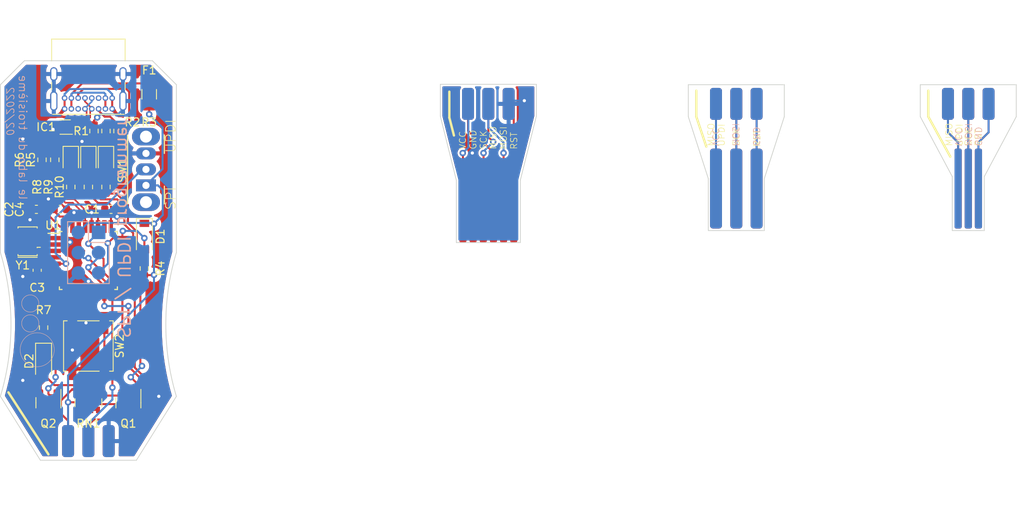
<source format=kicad_pcb>
(kicad_pcb (version 20211014) (generator pcbnew)
  (layers (0 "F.Cu" signal) (31 "B.Cu" signal) (34 "B.Paste" user) (35 "F.Paste" user) (36 "B.SilkS" user "B.Silkscreen") (37 "F.SilkS" user "F.Silkscreen") (38 "B.Mask" user) (39 "F.Mask" user) (44 "Edge.Cuts" user))
  (net 0 "")
  (net 1 "Net-(C1-Pad1)")
  (net 2 "/uC/GND")
  (net 3 "Net-(C2-Pad1)")
  (net 4 "Net-(C3-Pad1)")
  (net 5 "Net-(C4-Pad1)")
  (net 6 "/uC/VCC")
  (net 7 "/uC/~{RESET}")
  (net 8 "Net-(D2-Pad1)")
  (net 9 "/uC/RX")
  (net 10 "Net-(D3-Pad2)")
  (net 11 "Net-(D4-Pad2)")
  (net 12 "Net-(D5-Pad2)")
  (net 13 "/uC/D+")
  (net 14 "/uC/D-")
  (net 15 "/uC/MISO{slash}UPDI")
  (net 16 "/uC/SCK")
  (net 17 "/uC/BOARD_RESET")
  (net 18 "/uC/MOSI")
  (net 19 "/2x3 connector/MISO{slash}UPDI")
  (net 20 "/2x3 connector/SCK")
  (net 21 "/2x3 connector/~{RESET}")
  (net 22 "/2x3 connector/GND")
  (net 23 "/2x3 connector/MOSI")
  (net 24 "/2x3 connector/VCC")
  (net 25 "/1x6 connector/MISO{slash}UPDI")
  (net 26 "/1x6 connector/SCK")
  (net 27 "/1x6 connector/~{RESET}")
  (net 28 "/1x6 connector/GND")
  (net 29 "/1x6 connector/MOSI")
  (net 30 "/1x6 connector/VCC")
  (net 31 "/uC/MISO")
  (net 32 "/uC/MOS_MISO")
  (net 33 "/uC/MOS_UPDI")
  (net 34 "/uC/TX")
  (net 35 "/uC/led_3")
  (net 36 "/uC/led_2")
  (net 37 "/uC/led_1")
  (net 38 "/uC/mode")
  (net 39 "Net-(U1-Pad1)")
  (net 40 "Net-(U1-Pad2)")
  (net 48 "Net-(F1-Pad2)")
  (net 49 "/2x3 connector 1.27/MISO{slash}UPDI")
  (net 50 "/2x3 connector 1.27/SCK")
  (net 51 "/2x3 connector 1.27/~{RESET}")
  (net 52 "/2x3 connector 1.27/GND")
  (net 53 "/2x3 connector 1.27/MOSI")
  (net 56 "/uC/board_reset")
  (net 57 "/uC/D_+")
  (net 58 "/uC/D_-")
  (net 60 "/2x3 connector 1.27/VCC")
  (net 61 "Net-(J9-PadA5)")
  (net 63 "Net-(J9-PadB5)")
  (net 65 "Net-(J9-PadS1)")
  (footprint "kikit:Tab" (layer "F.Cu") (at 190 57.25 -90)
    (fp_text reference "REF**" hide)
    (fp_text value "Tab")
  )
  (footprint "Connector_pad_1.27mm:Connector_pad_1x03_L10_P1.27mm" (layer "F.Cu") (at 190 71)
    (fp_text reference "J14" hide)
    (fp_text value "ISP face 1")
  )
  (footprint "Capacitor_SMD:C_0603_1608Metric" (layer "F.Cu") (at 76.5 73.6)
    (fp_text reference "C4")
    (fp_text value "0.1u")
  )
  (footprint "Connector_pad_2.54mm:Connector_pad_1x03_P2.54mm" (layer "F.Cu") (at 190 60.4)
    (fp_text reference "J7" hide)
    (fp_text value "plug 2x3 face")
  )
  (footprint "Connector_pad_2.54mm:Connector_pad_1x03_P2.54mm" (layer "F.Cu") (at 80 102.6)
    (fp_text reference "J1" hide)
    (fp_text value "plug board face")
  )
  (footprint "Resistor_SMD:R_0603_1608Metric" (layer "F.Cu") (at 77.8 70.8 90)
    (fp_text reference "R8")
    (fp_text value "680R")
  )
  (footprint "Resistor_SMD:R_0603_1608Metric" (layer "F.Cu") (at 75.8 67.4 -90)
    (fp_text reference "R5")
    (fp_text value "22R")
  )
  (footprint "Resistor_SMD:R_Array_Convex_4x0603" (layer "F.Cu") (at 80 97.8 -90)
    (fp_text reference "RN1")
    (fp_text value "10k")
  )
  (footprint "Package_TO_SOT_SMD:SOT-23" (layer "F.Cu") (at 75 97.8 -90)
    (fp_text reference "Q2")
    (fp_text value "Q_NMOS_GSD")
  )
  (footprint "Resistor_SMD:R_0603_1608Metric" (layer "F.Cu") (at 83.7 63.8 -90)
    (fp_text reference "R3")
    (fp_text value "5.1k")
  )
  (footprint "Diode_SMD:D_SOD-123" (layer "F.Cu") (at 87 77 -90)
    (fp_text reference "D1")
    (fp_text value "D")
  )
  (footprint "Connector_USB:USB_C_Receptacle_GCT_USB4085" (layer "F.Cu") (at 82.975 61.025 180)
    (fp_text reference "J9" hide)
    (fp_text value "USB_C_Receptacle_USB2.0")
  )
  (footprint "Button_Switch_THT:SW_CuK_OS102011MA1QN1_SPDT_Angled" (layer "F.Cu") (at 87.2 70.6 90)
    (fp_text reference "SW1")
    (fp_text value "SW_SPDT")
  )
  (footprint "IC:SOT-5X3" (layer "F.Cu") (at 77.1 63.3 180)
    (fp_text reference "IC1")
    (fp_text value "TPD2E1B06")
  )
  (footprint "LED_SMD:LED_0805_2012Metric" (layer "F.Cu") (at 82.2 67.4 -90)
    (fp_text reference "D5" hide)
    (fp_text value "LED")
  )
  (footprint "Connector_pad_2.54mm:Connector_pad_1x03_P2.54mm" (layer "F.Cu") (at 130 60.4)
    (fp_text reference "J5" hide)
    (fp_text value "plug micro ISP face")
  )
  (footprint "LED_SMD:LED_0805_2012Metric" (layer "F.Cu") (at 77.8 67.4 -90)
    (fp_text reference "D3" hide)
    (fp_text value "LED")
  )
  (footprint "kikit:Tab" (layer "F.Cu") (at 130.4 57 -90)
    (fp_text reference "REF**" hide)
    (fp_text value "Tab")
  )
  (footprint "Package_TO_SOT_SMD:SOT-23" (layer "F.Cu") (at 85 97.8 -90)
    (fp_text reference "Q1")
    (fp_text value "Q_NMOS_GSD")
  )
  (footprint "Button_Switch_SMD:SW_SPST_EVPBF" (layer "F.Cu") (at 80 90.7 -90)
    (fp_text reference "SW2")
    (fp_text value "SW_Push")
  )
  (footprint "Resistor_SMD:R_0603_1608Metric" (layer "F.Cu") (at 82.2 63.8 -90)
    (fp_text reference "R2")
    (fp_text value "5.1k")
  )
  (footprint "Resistor_SMD:R_0603_1608Metric" (layer "F.Cu") (at 82.2 70.8 90)
    (fp_text reference "R10")
    (fp_text value "680R")
  )
  (footprint "Connector_pad_2.54mm:Connector_pad_1x03_L10_P2.54mm" (layer "F.Cu") (at 161 71)
    (fp_text reference "J11" hide)
    (fp_text value "ISP face 1")
  )
  (footprint "Resistor_SMD:R_0603_1608Metric" (layer "F.Cu") (at 87 81 90)
    (fp_text reference "R4")
    (fp_text value "10k")
  )
  (footprint "Resistor_SMD:R_0603_1608Metric" (layer "F.Cu") (at 80 70.8 90)
    (fp_text reference "R9")
    (fp_text value "680R")
  )
  (footprint "Connector_pad_1.27mm:Connector_pad_1x06_L10_P1.27mm" (layer "F.Cu") (at 130 72.75)
    (fp_text reference "J13" hide)
    (fp_text value "micro ISP")
  )
  (footprint "LED_SMD:LED_0805_2012Metric" (layer "F.Cu") (at 80 67.4 -90)
    (fp_text reference "D4" hide)
    (fp_text value "LED")
  )
  (footprint "Capacitor_SMD:C_0603_1608Metric" (layer "F.Cu") (at 73.5 73.6 180)
    (fp_text reference "C2")
    (fp_text value "0.1u")
  )
  (footprint "Diode_SMD:D_SOD-123" (layer "F.Cu") (at 74.4 92.6 -90)
    (fp_text reference "D2")
    (fp_text value "D_Schottky")
  )
  (footprint "Capacitor_SMD:C_0603_1608Metric" (layer "F.Cu") (at 82.825 73.6)
    (fp_text reference "C1")
    (fp_text value "1u")
  )
  (footprint "Resistor_SMD:R_0603_1608Metric" (layer "F.Cu") (at 74.2 67.4 -90)
    (fp_text reference "R6")
    (fp_text value "22R")
  )
  (footprint "Package_QFP:TQFP-32_7x7mm_P0.8mm" (layer "F.Cu") (at 80 80)
    (fp_text reference "U1")
    (fp_text value "ATmega8U2-A")
  )
  (footprint "Resistor_SMD:R_0603_1608Metric" (layer "F.Cu") (at 80.7 63.8 -90)
    (fp_text reference "R1")
    (fp_text value "1M")
  )
  (footprint "Capacitor_SMD:C_0603_1608Metric" (layer "F.Cu") (at 73.6 81.225 -90)
    (fp_text reference "C3")
    (fp_text value "0.1u")
  )
  (footprint "Fuse:Fuse_1206_3216Metric" (layer "F.Cu") (at 87.6 59.2 90)
    (fp_text reference "F1")
    (fp_text value "500m")
  )
  (footprint "kikit:Tab" (layer "F.Cu") (at 161 57.25 -90)
    (fp_text reference "REF**" hide)
    (fp_text value "Tab")
  )
  (footprint "Crystal:Resonator_SMD_Murata_CSTxExxV-3Pin_3.0x1.1mm_HandSoldering" (layer "F.Cu") (at 72.4 77.6 90)
    (fp_text reference "Y1")
    (fp_text value "Crystal_GND2")
  )
  (footprint "Connector_pad_2.54mm:Connector_pad_1x03_P2.54mm" (layer "F.Cu") (at 161 60.4)
    (fp_text reference "J3" hide)
    (fp_text value "plug 2x3 face")
  )
  (footprint "Resistor_SMD:R_0603_1608Metric" (layer "F.Cu") (at 74.4 88.4 90)
    (fp_text reference "R7")
    (fp_text value "470R")
  )
  (footprint "kikit:Tab" (layer "F.Cu") (at 80.5 106 90)
    (fp_text reference "REF**" hide)
    (fp_text value "Tab")
  )
  (footprint "kikit:Tab" (layer "F.Cu") (at 80.5 53.75 -90)
    (fp_text reference "REF**" hide)
    (fp_text value "Tab")
  )
  (footprint "Connector_pad_2.54mm:Connector_pad_1x03_P2.54mm" (layer "B.Cu") (at 130 60.4 180)
    (fp_text reference "J6" hide)
    (fp_text value "plug micro ISP pile")
  )
  (footprint "Connector_pad_2.54mm:Connector_pad_1x03_P2.54mm" (layer "B.Cu") (at 190 60.4 180)
    (fp_text reference "J8" hide)
    (fp_text value "plug 2x3 pile")
  )
  (footprint "Connector_pad_1.27mm:Connector_pad_1x03_L10_P1.27mm" (layer "B.Cu") (at 190 71 180)
    (fp_text reference "J15" hide)
    (fp_text value "ISP face 2")
  )
  (footprint "Connectors:Pin_Header_Straight_2x03_Pitch2.54mm_SMD" (layer "B.Cu") (at 81.275 76.475 180)
    (fp_text reference "J10" hide)
    (fp_text value "Board-ISP")
  )
  (footprint "Connector_pad_2.54mm:Connector_pad_1x03_P2.54mm" (layer "B.Cu") (at 80 102.6 180)
    (fp_text reference "J2" hide)
    (fp_text value "plug board pile")
  )
  (footprint "Connector_pad_2.54mm:Connector_pad_1x03_P2.54mm" (layer "B.Cu") (at 161 60.4 180)
    (fp_text reference "J4" hide)
    (fp_text value "plug 2x3 pile")
  )
  (footprint "Connector_pad_2.54mm:Connector_pad_1x03_L10_P2.54mm" (layer "B.Cu") (at 161 71 180)
    (fp_text reference "J12" hide)
    (fp_text value "ISP face 2")
  )
  (footprint "logos:logo_labo_4mm" (layer "B.Cu") (at 73.6 88.8 90)
    (fp_text reference "logo_labo_4mm" hide)
    (fp_text value "G***" hide)
  )
  (gr_line (start 75 104.25) (end 70 96.5) (layer "F.SilkS") (width 0.3))
  (gr_line (start 185 62) (end 187.75 67) (layer "F.SilkS") (width 0.3))
  (gr_line (start 185 58.75) (end 185 62) (layer "F.SilkS") (width 0.3))
  (gr_line (start 125.125 58.875) (end 125.125 62.125) (layer "F.SilkS") (width 0.3))
  (gr_line (start 156 58.75) (end 156 62) (layer "F.SilkS") (width 0.3))
  (gr_line (start 125.125 62.125) (end 125.7 64.35) (layer "F.SilkS") (width 0.3))
  (gr_line (start 156 62) (end 157.25 65.75) (layer "F.SilkS") (width 0.3))
  (gr_line (start 74 105) (end 86 105) (layer "Edge.Cuts") (width 0.1))
  (gr_line (start 196 58) (end 184 58) (layer "Edge.Cuts") (width 0.1))
  (gr_line (start 192 69.5) (end 196 62) (layer "Edge.Cuts") (width 0.1))
  (gr_line (start 72 55) (end 88 55) (layer "Edge.Cuts") (width 0.1))
  (gr_line (start 157.5 76.25) (end 164.5 76.25) (layer "Edge.Cuts") (width 0.1))
  (gr_line (start 188 69.5) (end 188 76.25) (layer "Edge.Cuts") (width 0.1))
  (gr_line (start 88 55) (end 91 58) (layer "Edge.Cuts") (width 0.1))
  (gr_line (start 157.5 69.75) (end 157.5 76.25) (layer "Edge.Cuts") (width 0.1))
  (gr_line (start 184 62) (end 188 69.5) (layer "Edge.Cuts") (width 0.1))
  (gr_line (start 69 58) (end 72 55) (layer "Edge.Cuts") (width 0.1))
  (gr_line (start 86 105) (end 91 97) (layer "Edge.Cuts") (width 0.1))
  (gr_line (start 126 77.75) (end 134 77.75) (layer "Edge.Cuts") (width 0.1))
  (gr_line (start 167 62) (end 167 58) (layer "Edge.Cuts") (width 0.1))
  (gr_arc (start 69 79) (mid 70.32092 88) (end 69 97) (layer "Edge.Cuts") (width 0.1))
  (gr_line (start 136 57.95) (end 124 57.95) (layer "Edge.Cuts") (width 0.1))
  (gr_line (start 134 69.95) (end 136 61.95) (layer "Edge.Cuts") (width 0.1))
  (gr_line (start 124 61.95) (end 126 69.95) (layer "Edge.Cuts") (width 0.1))
  (gr_line (start 155 62) (end 157.5 69.75) (layer "Edge.Cuts") (width 0.1))
  (gr_line (start 167 58) (end 155 58) (layer "Edge.Cuts") (width 0.1))
  (gr_line (start 134 69.95) (end 134 77.75) (layer "Edge.Cuts") (width 0.1))
  (gr_arc (start 91 97) (mid 89.67908 88) (end 91 79) (layer "Edge.Cuts") (width 0.1))
  (gr_line (start 155 58) (end 155 62) (layer "Edge.Cuts") (width 0.1))
  (gr_line (start 136 61.95) (end 136 57.95) (layer "Edge.Cuts") (width 0.1))
  (gr_line (start 124 57.95) (end 124 61.95) (layer "Edge.Cuts") (width 0.1))
  (gr_line (start 69 79) (end 69 58) (layer "Edge.Cuts") (width 0.1))
  (gr_line (start 196 62) (end 196 58) (layer "Edge.Cuts") (width 0.1))
  (gr_line (start 164.5 69.75) (end 167 62) (layer "Edge.Cuts") (width 0.1))
  (gr_line (start 74 105) (end 69 97) (layer "Edge.Cuts") (width 0.1))
  (gr_line (start 126 69.95) (end 126 77.75) (layer "Edge.Cuts") (width 0.1))
  (gr_line (start 192 76.25) (end 192 69.5) (layer "Edge.Cuts") (width 0.1))
  (gr_line (start 91 58) (end 91 79) (layer "Edge.Cuts") (width 0.1))
  (gr_line (start 184 58) (end 184 62) (layer "Edge.Cuts") (width 0.1))
  (gr_line (start 188 76.25) (end 192 76.25) (layer "Edge.Cuts") (width 0.1))
  (gr_line (start 164.5 76.25) (end 164.5 69.75) (layer "Edge.Cuts") (width 0.1))
  (gr_text "VCC" (at 188.75 65.75 -90) (layer "B.SilkS") (effects (font (size 0.8 0.8) (thickness 0.08)) (justify left mirror)))
  (gr_text "le labo du troisième" (at 71.8 64.6 270) (layer "B.SilkS") (effects (font (size 1 1) (thickness 0.1)) (justify mirror)))
  (gr_text "GND" (at 191.25 65.75 -90) (layer "B.SilkS") (effects (font (size 0.8 0.8) (thickness 0.08)) (justify left mirror)))
  (gr_text "SPI / UPDI programmer" (at 84.4 76 270) (layer "B.SilkS") (effects (font (size 1.5 1.5) (thickness 0.2)) (justify mirror)))
  (gr_text "GND" (at 163.5 65.75 -90) (layer "B.SilkS") (effects (font (size 0.8 0.8) (thickness 0.08)) (justify left mirror)))
  (gr_text "VCC" (at 158.4 65.75 -90) (layer "B.SilkS") (effects (font (size 0.8 0.8) (thickness 0.08)) (justify left mirror)))
  (gr_text "MOSI" (at 160.9 65.75 -90) (layer "B.SilkS") (effects (font (size 0.8 0.8) (thickness 0.08)) (justify left mirror)))
  (gr_text "MOSI" (at 190 65.75 -90) (layer "B.SilkS") (effects (font (size 0.8 0.8) (thickness 0.08)) (justify left mirror)))
  (gr_text "02/2022" (at 70.2 61.4 270) (layer "B.SilkS") (effects (font (size 0.9 0.9) (thickness 0.09) italic) (justify mirror)))
  (gr_text "RST" (at 133.2 66.15 90) (layer "F.SilkS") (effects (font (size 0.8 0.8) (thickness 0.08)) (justify left)))
  (gr_text "SPI" (at 90.3 70.7 90) (layer "F.SilkS") (effects (font (size 1.2 1.2) (thickness 0.1)) (justify right)))
  (gr_text "MISO\nUPDI" (at 158.5 65.75 90) (layer "F.SilkS") (effects (font (size 0.8 0.8) (thickness 0.08)) (justify left)))
  (gr_text "MOSI" (at 131.9 66.15 90) (layer "F.SilkS") (effects (font (size 0.8 0.8) (thickness 0.08)) (justify left)))
  (gr_text "GND" (at 128.1 66.15 90) (layer "F.SilkS") (effects (font (size 0.8 0.8) (thickness 0.08)) (justify left)))
  (gr_text "RST" (at 191.25 65.75 90) (layer "F.SilkS") (effects (font (size 0.8 0.8) (thickness 0.08)) (justify left)))
  (gr_text "SCK" (at 161 65.75 90) (layer "F.SilkS") (effects (font (size 0.8 0.8) (thickness 0.08)) (justify left)))
  (gr_text "SCK" (at 190 65.75 90) (layer "F.SilkS") (effects (font (size 0.8 0.8) (thickness 0.08)) (justify left)))
  (gr_text "SCK" (at 129.4 66.15 90) (layer "F.SilkS") (effects (font (size 0.8 0.8) (thickness 0.08)) (justify left)))
  (gr_text "VCC" (at 126.8 66.15 90) (layer "F.SilkS") (effects (font (size 0.8 0.8) (thickness 0.08)) (justify left)))
  (gr_text "UPDI" (at 90.3 66.6 90) (layer "F.SilkS") (effects (font (size 1.2 1.2) (thickness 0.1)) (justify left)))
  (gr_text "MISO\nUPDI" (at 188.25 65.75 90) (layer "F.SilkS") (effects (font (size 0.8 0.8) (thickness 0.08)) (justify left)))
  (gr_text "RST" (at 163.6 65.85 90) (layer "F.SilkS") (effects (font (size 0.8 0.8) (thickness 0.08)) (justify left)))
  (gr_text "MISO" (at 130.6 66.15 90) (layer "F.SilkS") (effects (font (size 0.8 0.8) (thickness 0.08)) (justify left)))
  (segment (start 81.2 74.45) (end 82.05 73.6) (width 0.25) (layer "F.Cu") (net 1))
  (segment (start 81.2 75.75) (end 81.2 74.45) (width 0.25) (layer "F.Cu") (net 1))
  (segment (start 77.8 73.6) (end 78.2 74) (width 0.25) (layer "F.Cu") (net 2))
  (segment (start 75.866034 63.3) (end 75.578793 63.587241) (width 0.25) (layer "F.Cu") (net 2))
  (segment (start 78 87.82) (end 79.68 87.82) (width 0.25) (layer "F.Cu") (net 2))
  (segment (start 80 65.5) (end 79.6 65.1) (width 0.25) (layer "F.Cu") (net 2))
  (segment (start 75.975 72.3) (end 75 72.3) (width 0.25) (layer "F.Cu") (net 2))
  (segment (start 77.275 73.6) (end 77.8 73.6) (width 0.25) (layer "F.Cu") (net 2))
  (segment (start 77.7 78.2) (end 77.7 77.7) (width 0.25) (layer "F.Cu") (net 2))
  (segment (start 72.725 74.875) (end 72.7 74.9) (width 0.25) (layer "F.Cu") (net 2))
  (segment (start 78 93.58) (end 78 91.2) (width 0.25) (layer "F.Cu") (net 2))
  (segment (start 76.4 63.3) (end 75.866034 63.3) (width 0.25) (layer "F.Cu") (net 2))
  (segment (start 72.725 73.6) (end 72.725 74.875) (width 0.25) (layer "F.Cu") (net 2))
  (segment (start 82.975 59.675) (end 82.975 61.025) (width 0.25) (layer "F.Cu") (net 2))
  (segment (start 77.275 73.6) (end 75.975 72.3) (width 0.25) (layer "F.Cu") (net 2))
  (segment (start 80 66.4625) (end 80 65.5) (width 0.25) (layer "F.Cu") (net 2))
  (segment (start 77.1 78.8) (end 77.7 78.2) (width 0.25) (layer "F.Cu") (net 2))
  (segment (start 77.8 63.3) (end 76.4 63.3) (width 0.25) (layer "F.Cu") (net 2))
  (segment (start 77.025 59.675) (end 77.025 61.025) (width 0.25) (layer "F.Cu") (net 2))
  (segment (start 79.6 65.1) (end 79.2 65.1) (width 0.25) (layer "F.Cu") (net 2))
  (segment (start 75.75 78.8) (end 77.1 78.8) (width 0.25) (layer "F.Cu") (net 2))
  (segment (start 80.4 75.75) (end 80.4 74) (width 0.25) (layer "F.Cu") (net 2))
  (segment (start 73.6 82) (end 71.8 82) (width 0.25) (layer "F.Cu") (net 2))
  (segment (start 79.68 87.82) (end 79.7 87.8) (width 0.25) (layer "F.Cu") (net 2))
  (segment (start 83.6 73.6) (end 83.6 74.5) (width 0.25) (layer "F.Cu") (net 2))
  (via (at 88.8 97) (size 0.8) (drill 0.4) (layers "F.Cu" "B.Cu") (net 2))
  (via (at 79.2 65.1) (size 0.8) (drill 0.4) (layers "F.Cu" "B.Cu") (net 2))
  (via (at 77.7 77.7) (size 0.8) (drill 0.4) (layers "F.Cu" "B.Cu") (net 2))
  (via (at 71.8 64.8) (size 0.8) (drill 0.4) (layers "F.Cu" "B.Cu") (net 2))
  (via (at 75 72.3) (size 0.8) (drill 0.4) (layers "F.Cu" "B.Cu") (net 2))
  (via (at 75.578793 63.587241) (size 0.8) (drill 0.4) (layers "F.Cu" "B.Cu") (net 2))
  (via (at 78 91.2) (size 0.8) (drill 0.4) (layers "F.Cu" "B.Cu") (net 2))
  (via (at 79.7 87.8) (size 0.8) (drill 0.4) (layers "F.Cu" "B.Cu") (net 2))
  (via (at 72.7 74.9) (size 0.8) (drill 0.4) (layers "F.Cu" "B.Cu") (net 2))
  (via (at 80.4 74) (size 0.8) (drill 0.4) (layers "F.Cu" "B.Cu") (net 2))
  (via (at 71.8 82) (size 0.8) (drill 0.4) (layers "F.Cu" "B.Cu") (net 2))
  (via (at 80 82.6) (size 0.8) (drill 0.4) (layers "F.Cu" "B.Cu") (net 2))
  (via (at 71.8 95) (size 0.8) (drill 0.4) (layers "F.Cu" "B.Cu") (net 2))
  (via (at 83.6 74.5) (size 0.8) (drill 0.4) (layers "F.Cu" "B.Cu") (net 2))
  (via (at 78.2 74) (size 0.8) (drill 0.4) (layers "F.Cu" "B.Cu") (net 2))
  (segment (start 75.578793 63.587241) (end 73.012759 63.587241) (width 0.25) (layer "B.Cu") (net 2))
  (segment (start 82.94 102.6) (end 84.1 102.6) (width 0.25) (layer "B.Cu") (net 2))
  (segment (start 78.955 81.555) (end 80 82.6) (width 0.25) (layer "B.Cu") (net 2))
  (segment (start 88.8 97.9) (end 88.8 97) (width 0.25) (layer "B.Cu") (net 2))
  (segment (start 82.975 59.180026) (end 82.345952 58.550978) (width 0.25) (layer "B.Cu") (net 2))
  (segment (start 78.735 81.555) (end 78.955 81.555) (width 0.25) (layer "B.Cu") (net 2))
  (segment (start 77.025 59.175) (end 77.025 59.675) (width 0.25) (layer "B.Cu") (net 2))
  (segment (start 73.012759 63.587241) (end 71.8 64.8) (width 0.25) (layer "B.Cu") (net 2))
  (segment (start 71.8 82) (end 71.8 95) (width 0.25) (layer "B.Cu") (net 2))
  (segment (start 77.649022 58.550978) (end 77.025 59.175) (width 0.25) (layer "B.Cu") (net 2))
  (segment (start 82.345952 58.550978) (end 77.649022 58.550978) (width 0.25) (layer "B.Cu") (net 2))
  (segment (start 82.975 59.675) (end 82.975 59.180026) (width 0.25) (layer "B.Cu") (net 2))
  (segment (start 84.1 102.6) (end 88.8 97.9) (width 0.25) (layer "B.Cu") (net 2))
  (segment (start 82.54 103) (end 82.94 102.6) (width 0.25) (layer "B.Cu") (net 2))
  (segment (start 76.425 75.75) (end 74.275 73.6) (width 0.25) (layer "F.Cu") (net 3))
  (segment (start 77.2 75.75) (end 76.425 75.75) (width 0.25) (layer "F.Cu") (net 3))
  (segment (start 74.45 79.6) (end 73.6 80.45) (width 0.25) (layer "F.Cu") (net 4))
  (segment (start 75.75 79.6) (end 74.45 79.6) (width 0.25) (layer "F.Cu") (net 4))
  (segment (start 78 74.8246) (end 77.6754 74.5) (width 0.25) (layer "F.Cu") (net 5))
  (segment (start 77.6754 74.5) (end 76.4 74.5) (width 0.25) (layer "F.Cu") (net 5))
  (segment (start 78 75.75) (end 78 74.8246) (width 0.25) (layer "F.Cu") (net 5))
  (segment (start 75.725 73.825) (end 75.725 73.6) (width 0.25) (layer "F.Cu") (net 5))
  (segment (start 76.4 74.5) (end 75.725 73.825) (width 0.25) (layer "F.Cu") (net 5))
  (segment (start 88.15 75.35) (end 88.2 75.4) (width 0.25) (layer "F.Cu") (net 6))
  (segment (start 79.6 98.05) (end 79.29 97.74) (width 0.25) (layer "F.Cu") (net 6))
  (segment (start 87.6 60.6) (end 87.6 61.7) (width 0.25) (layer "F.Cu") (net 6))
  (segment (start 79.6 98.7) (end 81.2 98.7) (width 0.25) (layer "F.Cu") (net 6))
  (segment (start 88.175 81.825) (end 88.2 81.8) (width 0.25) (layer "F.Cu") (net 6))
  (segment (start 87 75.35) (end 88.15 75.35) (width 0.25) (layer "F.Cu") (net 6))
  (segment (start 87 81.825) (end 88.175 81.825) (width 0.25) (layer "F.Cu") (net 6))
  (segment (start 79.6 98.7) (end 79.6 98.05) (width 0.25) (layer "F.Cu") (net 6))
  (segment (start 79.29 97.74) (end 77.46 97.74) (width 0.25) (layer "F.Cu") (net 6))
  (via (at 77.46 97.74) (size 0.8) (drill 0.4) (layers "F.Cu" "B.Cu") (net 6))
  (via (at 88.2 75.4) (size 0.8) (drill 0.4) (layers "F.Cu" "B.Cu") (net 6))
  (via (at 87.6 61.7) (size 0.8) (drill 0.4) (layers "F.Cu" "B.Cu") (net 6))
  (via (at 88.2 81.8) (size 0.8) (drill 0.4) (layers "F.Cu" "B.Cu") (net 6))
  (segment (start 88.1 75.3) (end 88.2 75.4) (width 0.25) (layer "B.Cu") (net 6))
  (segment (start 87.2 70.6) (end 88.12548 69.67452) (width 0.25) (layer "B.Cu") (net 6))
  (segment (start 77.46 97.74) (end 77.46 94.39) (width 0.25) (layer "B.Cu") (net 6))
  (segment (start 88.14508 69.67452) (end 89.27452 68.54508) (width 0.25) (layer "B.Cu") (net 6))
  (segment (start 78.735 76.475) (end 79.91 75.3) (width 0.25) (layer "B.Cu") (net 6))
  (segment (start 88.2 83.65) (end 88.2 81.8) (width 0.25) (layer "B.Cu") (net 6))
  (segment (start 89.27452 63.37452) (end 87.6 61.7) (width 0.25) (layer "B.Cu") (net 6))
  (segment (start 89.27452 68.54508) (end 89.27452 63.37452) (width 0.25) (layer "B.Cu") (net 6))
  (segment (start 77.46 97.74) (end 77.46 103) (width 0.25) (layer "B.Cu") (net 6))
  (segment (start 88.2 75.4) (end 88.2 81.8) (width 0.25) (layer "B.Cu") (net 6))
  (segment (start 89.3 71.2) (end 89.3 74.3) (width 0.25) (layer "B.Cu") (net 6))
  (segment (start 89.3 74.3) (end 88.2 75.4) (width 0.25) (layer "B.Cu") (net 6))
  (segment (start 88.12548 69.67452) (end 88.14508 69.67452) (width 0.25) (layer "B.Cu") (net 6))
  (segment (start 79.91 75.3) (end 88.1 75.3) (width 0.25) (layer "B.Cu") (net 6))
  (segment (start 87.2 70.6) (end 88.7 70.6) (width 0.25) (layer "B.Cu") (net 6))
  (segment (start 77.46 94.39) (end 88.2 83.65) (width 0.25) (layer "B.Cu") (net 6))
  (segment (start 88.7 70.6) (end 89.3 71.2) (width 0.25) (layer "B.Cu") (net 6))
  (segment (start 84.25 76.35) (end 84.3 76.3) (width 0.25) (layer "F.Cu") (net 7))
  (segment (start 87 78.65) (end 87 80.175) (width 0.25) (layer "F.Cu") (net 7))
  (segment (start 83.069196 77.2) (end 82.425372 77.843824) (width 0.25) (layer "F.Cu") (net 7))
  (segment (start 87 78.65) (end 87.000001 77.200001) (width 0.25) (layer "F.Cu") (net 7))
  (segment (start 84.25 77.2) (end 83.069196 77.2) (width 0.25) (layer "F.Cu") (net 7))
  (segment (start 84.25 77.2) (end 84.25 76.35) (width 0.25) (layer "F.Cu") (net 7))
  (via (at 87.000001 77.200001) (size 0.8) (drill 0.4) (layers "F.Cu" "B.Cu") (net 7))
  (via (at 84.3 76.3) (size 0.8) (drill 0.4) (layers "F.Cu" "B.Cu") (net 7))
  (via (at 82.425372 77.843824) (size 0.8) (drill 0.4) (layers "F.Cu" "B.Cu") (net 7))
  (segment (start 86.1 76.3) (end 87.000001 77.200001) (width 0.25) (layer "B.Cu") (net 7))
  (segment (start 82.449511 80.380489) (end 81.275 81.555) (width 0.25) (layer "B.Cu") (net 7))
  (segment (start 82.425372 77.843824) (end 82.449511 77.867963) (width 0.25) (layer "B.Cu") (net 7))
  (segment (start 84.3 76.3) (end 86.1 76.3) (width 0.25) (layer "B.Cu") (net 7))
  (segment (start 82.449511 77.867963) (end 82.449511 80.380489) (width 0.25) (layer "B.Cu") (net 7))
  (segment (start 74.4 89.225) (end 74.4 90.95) (width 0.25) (layer "F.Cu") (net 8))
  (segment (start 74.05 96.8625) (end 74.05 95.55) (width 0.25) (layer "F.Cu") (net 9))
  (segment (start 74.05 95.55) (end 74.4 95.2) (width 0.25) (layer "F.Cu") (net 9))
  (segment (start 73.475489 93.325489) (end 73.475489 85.074511) (width 0.25) (layer "F.Cu") (net 9))
  (segment (start 74.4 95.2) (end 74.4 94.25) (width 0.25) (layer "F.Cu") (net 9))
  (segment (start 75.75 95.6) (end 74.4 94.25) (width 0.25) (layer "F.Cu") (net 9))
  (segment (start 80.4 96.25) (end 79.75 95.6) (width 0.25) (layer "F.Cu") (net 9))
  (segment (start 80.4 96.9) (end 80.4 96.25) (width 0.25) (layer "F.Cu") (net 9))
  (segment (start 79.75 95.6) (end 75.75 95.6) (width 0.25) (layer "F.Cu") (net 9))
  (segment (start 74.4 94.25) (end 73.475489 93.325489) (width 0.25) (layer "F.Cu") (net 9))
  (segment (start 73.475489 85.074511) (end 75.75 82.8) (width 0.25) (layer "F.Cu") (net 9))
  (segment (start 77.8 69.975) (end 77.8 68.3375) (width 0.25) (layer "F.Cu") (net 10))
  (segment (start 80 68.3375) (end 80 69.975) (width 0.25) (layer "F.Cu") (net 11))
  (segment (start 82.2 68.3375) (end 82.2 69.975) (width 0.25) (layer "F.Cu") (net 12))
  (segment (start 74.791348 64.126852) (end 74.650001 64.268199) (width 0.2) (layer "F.Cu") (net 13))
  (segment (start 76.4 63.8) (end 75.913258 64.286742) (width 0.2) (layer "F.Cu") (net 13))
  (segment (start 75.913258 64.286742) (end 75.289049 64.286742) (width 0.2) (layer "F.Cu") (net 13))
  (segment (start 77.8 63.8) (end 76.4 63.8) (width 0.2) (layer "F.Cu") (net 13))
  (segment (start 75.289049 64.286742) (end 75.129159 64.126852) (width 0.2) (layer "F.Cu") (net 13))
  (segment (start 78.137501 63.8) (end 78.412501 63.525) (width 0.2) (layer "F.Cu") (net 13))
  (segment (start 78.7932 63.525) (end 80.225001 62.093199) (width 0.2) (layer "F.Cu") (net 13))
  (segment (start 77.8 63.8) (end 78.137501 63.8) (width 0.2) (layer "F.Cu") (net 13))
  (segment (start 80.225001 61.224999) (end 80.425 61.025) (width 0.2) (layer "F.Cu") (net 13))
  (segment (start 78.412501 63.525) (end 78.7932 63.525) (width 0.2) (layer "F.Cu") (net 13))
  (segment (start 80.425 60.956452) (end 79.575 60.106452) (width 0.2) (layer "F.Cu") (net 13))
  (segment (start 80.425 61.025) (end 80.425 60.956452) (width 0.2) (layer "F.Cu") (net 13))
  (segment (start 80.225001 62.093199) (end 80.225001 61.224999) (width 0.2) (layer "F.Cu") (net 13))
  (segment (start 79.575 60.106452) (end 79.575 59.675) (width 0.2) (layer "F.Cu") (net 13))
  (segment (start 74.650001 65.425001) (end 75.8 66.575) (width 0.2) (layer "F.Cu") (net 13))
  (segment (start 74.650001 64.268199) (end 74.650001 65.425001) (width 0.2) (layer "F.Cu") (net 13))
  (segment (start 75.129159 64.126852) (end 74.791348 64.126852) (width 0.2) (layer "F.Cu") (net 13))
  (segment (start 75.36228 62.8) (end 74.2 63.96228) (width 0.2) (layer "F.Cu") (net 14))
  (segment (start 78.137501 62.8) (end 78.412501 63.075) (width 0.2) (layer "F.Cu") (net 14))
  (segment (start 78.412501 63.075) (end 78.6068 63.075) (width 0.2) (layer "F.Cu") (net 14))
  (segment (start 78.6068 63.075) (end 79.774999 61.906801) (width 0.2) (layer "F.Cu") (net 14))
  (segment (start 77.8 62.8) (end 76.4 62.8) (width 0.2) (layer "F.Cu") (net 14))
  (segment (start 79.774999 61.906801) (end 79.774999 61.224999) (width 0.2) (layer "F.Cu") (net 14))
  (segment (start 79.774999 61.224999) (end 79.575 61.025) (width 0.2) (layer "F.Cu") (net 14))
  (segment (start 74.2 63.96228) (end 74.2 66.575) (width 0.2) (layer "F.Cu") (net 14))
  (segment (start 77.8 62.8) (end 78.137501 62.8) (width 0.2) (layer "F.Cu") (net 14))
  (segment (start 76.4 62.8) (end 75.36228 62.8) (width 0.2) (layer "F.Cu") (net 14))
  (segment (start 79.575 61.025) (end 79.575 60.956452) (width 0.2) (layer "B.Cu") (net 14))
  (segment (start 79.575 60.956452) (end 80.425 60.106452) (width 0.2) (layer "B.Cu") (net 14))
  (segment (start 80.425 60.106452) (end 80.425 59.675) (width 0.2) (layer "B.Cu") (net 14))
  (segment (start 79.45 96.1) (end 78 96.1) (width 0.25) (layer "F.Cu") (net 15))
  (segment (start 79.6 97.349022) (end 80.226467 97.975489) (width 0.25) (layer "F.Cu") (net 15))
  (segment (start 77.46 100.06) (end 76.1 98.7) (width 0.25) (layer "F.Cu") (net 15))
  (segment (start 76.57452 98.22548) (end 76.1 98.7) (width 0.25) (layer "F.Cu") (net 15))
  (segment (start 77.46 103) (end 77.46 100.06) (width 0.25) (layer "F.Cu") (net 15))
  (segment (start 78 96.1) (end 76.57452 97.52548) (width 0.25) (layer "F.Cu") (net 15))
  (segment (start 79.6 96.9) (end 79.6 97.349022) (width 0.25) (layer "F.Cu") (net 15))
  (segment (start 78 96.150978) (end 78 96.1) (width 0.25) (layer "F.Cu") (net 15))
  (segment (start 78.024511 96.175489) (end 78 96.150978) (width 0.25) (layer "F.Cu") (net 15))
  (segment (start 80.226467 97.975489) (end 84.237989 97.975489) (width 0.25) (layer "F.Cu") (net 15))
  (segment (start 76.57452 97.52548) (end 76.57452 98.22548) (width 0.25) (layer "F.Cu") (net 15))
  (segment (start 84.237989 97.975489) (end 85 98.7375) (width 0.25) (layer "F.Cu") (net 15))
  (segment (start 76.1 98.7) (end 75.0375 98.7) (width 0.25) (layer "F.Cu") (net 15))
  (segment (start 79.6 96.9) (end 79.6 96.25) (width 0.25) (layer "F.Cu") (net 15))
  (segment (start 75.0375 98.7) (end 75 98.7375) (width 0.25) (layer "F.Cu") (net 15))
  (segment (start 78 96.1) (end 78.024511 96.175489) (width 0.25) (layer "F.Cu") (net 15))
  (segment (start 79.6 96.25) (end 79.45 96.1) (width 0.25) (layer "F.Cu") (net 15))
  (segment (start 86.650489 98.495583) (end 86.650489 94.886193) (width 0.25) (layer "F.Cu") (net 16))
  (segment (start 80 100.6) (end 80.7 99.9) (width 0.25) (layer "F.Cu") (net 16))
  (segment (start 82 83.2) (end 80.005001 81.205001) (width 0.25) (layer "F.Cu") (net 16))
  (segment (start 85 93.235704) (end 85 85.7) (width 0.25) (layer "F.Cu") (net 16))
  (segment (start 80 103) (end 80 100.6) (width 0.25) (layer "F.Cu") (net 16))
  (segment (start 86.650489 94.886193) (end 85 93.235704) (width 0.25) (layer "F.Cu") (net 16))
  (segment (start 80.7 99.9) (end 85.246072 99.9) (width 0.25) (layer "F.Cu") (net 16))
  (segment (start 82 84.25) (end 82 83.2) (width 0.25) (layer "F.Cu") (net 16))
  (segment (start 82 84.25) (end 82 85.7) (width 0.25) (layer "F.Cu") (net 16))
  (segment (start 85.246072 99.9) (end 86.650489 98.495583) (width 0.25) (layer "F.Cu") (net 16))
  (segment (start 80.005001 81.205001) (end 80.005001 80.856319) (width 0.25) (layer "F.Cu") (net 16))
  (via (at 85 85.7) (size 0.8) (drill 0.4) (layers "F.Cu" "B.Cu") (net 16))
  (via (at 82 85.7) (size 0.8) (drill 0.4) (layers "F.Cu" "B.Cu") (net 16))
  (via (at 80.005001 80.856319) (size 0.8) (drill 0.4) (layers "F.Cu" "B.Cu") (net 16))
  (segment (start 81.275 79.58632) (end 81.275 79.015) (width 0.25) (layer "B.Cu") (net 16))
  (segment (start 80.005001 80.856319) (end 81.275 79.58632) (width 0.25) (layer "B.Cu") (net 16))
  (segment (start 82 85.7) (end 85 85.7) (width 0.25) (layer "B.Cu") (net 16))
  (segment (start 87.1 94.7) (end 87.1 99.4) (width 0.25) (layer "F.Cu") (net 17))
  (segment (start 83.9 102.6) (end 82.94 102.6) (width 0.25) (layer "F.Cu") (net 17))
  (segment (start 85.8 82.5) (end 85.8 93.4) (width 0.25) (layer "F.Cu") (net 17))
  (segment (start 82.94 102.6) (end 82.54 103) (width 0.25) (layer "F.Cu") (net 17))
  (segment (start 85.8 93.4) (end 87.1 94.7) (width 0.25) (layer "F.Cu") (net 17))
  (segment (start 87.1 99.4) (end 83.9 102.6) (width 0.25) (layer "F.Cu") (net 17))
  (segment (start 84.25 82) (end 85.3 82) (width 0.25) (layer "F.Cu") (net 17))
  (segment (start 85.3 82) (end 85.8 82.5) (width 0.25) (layer "F.Cu") (net 17))
  (segment (start 81.250489 81.750489) (end 81.250489 80.953391) (width 0.25) (layer "F.Cu") (net 18))
  (segment (start 83 84.45) (end 83 95.9) (width 0.25) (layer "F.Cu") (net 18))
  (segment (start 82.8 83.3) (end 81.250489 81.750489) (width 0.25) (layer "F.Cu") (net 18))
  (segment (start 81.250489 80.953391) (end 79.998112 79.701014) (width 0.25) (layer "F.Cu") (net 18))
  (segment (start 82.8 84.25) (end 83 84.45) (width 0.25) (layer "F.Cu") (net 18))
  (segment (start 82.8 84.25) (end 82.8 83.3) (width 0.25) (layer "F.Cu") (net 18))
  (via (at 83 95.9) (size 0.8) (drill 0.4) (layers "F.Cu" "B.Cu") (net 18))
  (via (at 79.998112 79.701014) (size 0.8) (drill 0.4) (layers "F.Cu" "B.Cu") (net 18))
  (segment (start 83 95.9) (end 83 97.4) (width 0.25) (layer "B.Cu") (net 18))
  (segment (start 83 97.4) (end 80 100.4) (width 0.25) (layer "B.Cu") (net 18))
  (segment (start 80 100.4) (end 80 103) (width 0.25) (layer "B.Cu") (net 18))
  (segment (start 79.421014 79.701014) (end 78.735 79.015) (width 0.25) (layer "B.Cu") (net 18))
  (segment (start 79.998112 79.701014) (end 79.421014 79.701014) (width 0.25) (layer "B.Cu") (net 18))
  (segment (start 158.46 60) (end 158.46 71) (width 0.25) (layer "F.Cu") (net 19))
  (segment (start 161 60) (end 161 71) (width 0.25) (layer "F.Cu") (net 20))
  (segment (start 163.54 60) (end 163.54 71) (width 0.25) (layer "F.Cu") (net 21))
  (segment (start 163.54 60) (end 163.54 71) (width 0.25) (layer "B.Cu") (net 22))
  (segment (start 161 60) (end 161 71) (width 0.25) (layer "B.Cu") (net 23))
  (segment (start 158.46 60) (end 158.46 71) (width 0.25) (layer "B.Cu") (net 24))
  (segment (start 129.424501 65.274501) (end 130.635 66.485) (width 0.25) (layer "F.Cu") (net 25))
  (segment (start 127.46 59.75) (end 127.46 63.7591) (width 0.25) (layer "F.Cu") (net 25))
  (segment (start 127.46 63.7591) (end 128.975401 65.274501) (width 0.25) (layer "F.Cu") (net 25))
  (segment (start 130.635 66.485) (end 130.635 68.95) (width 0.25) (layer "F.Cu") (net 25))
  (segment (start 128.975401 65.274501) (end 129.424501 65.274501) (width 0.25) (layer "F.Cu") (net 25))
  (segment (start 130 59.75) (end 130 64.55) (width 0.25) (layer "F.Cu") (net 26))
  (segment (start 130 64.55) (end 130.6 65.15) (width 0.25) (layer "F.Cu") (net 26))
  (segment (start 129.4 66.55) (end 129.4 68.915) (width 0.25) (layer "F.Cu") (net 26))
  (segment (start 129.4 68.915) (end 129.365 68.95) (width 0.25) (layer "F.Cu") (net 26))
  (via (at 129.4 66.55) (size 0.8) (drill 0.4) (layers "F.Cu" "B.Cu") (net 26))
  (via (at 130.6 65.15) (size 0.8) (drill 0.4) (layers "F.Cu" "B.Cu") (net 26))
  (segment (start 129.4 66.35) (end 130.6 65.15) (width 0.25) (layer "B.Cu") (net 26))
  (segment (start 129.4 66.55) (end 129.4 66.35) (width 0.25) (layer "B.Cu") (net 26))
  (segment (start 132.54 59.75) (end 133.175 60.385) (width 0.25) (layer "F.Cu") (net 27))
  (segment (start 133.175 60.385) (end 133.175 68.95) (width 0.25) (layer "F.Cu") (net 27))
  (segment (start 128.095 68.95) (end 128.095 66.645) (width 0.25) (layer "F.Cu") (net 28))
  (segment (start 128.095 66.645) (end 128 66.55) (width 0.25) (layer "F.Cu") (net 28))
  (via (at 134.5 60) (size 0.8) (drill 0.4) (layers "F.Cu" "B.Cu") (net 28))
  (via (at 128 66.55) (size 0.8) (drill 0.4) (layers "F.Cu" "B.Cu") (net 28))
  (segment (start 132.54 60) (end 134.5 60) (width 0.25) (layer "B.Cu") (net 28))
  (segment (start 131.905 66.555) (end 131.9 66.55) (width 0.25) (layer "F.Cu") (net 29))
  (segment (start 131.905 68.95) (end 131.905 66.555) (width 0.25) (layer "F.Cu") (net 29))
  (via (at 131.9 66.55) (size 0.8) (drill 0.4) (layers "F.Cu" "B.Cu") (net 29))
  (segment (start 130 63.35) (end 131.9 65.25) (width 0.25) (layer "B.Cu") (net 29))
  (segment (start 130 59.75) (end 130 63.35) (width 0.25) (layer "B.Cu") (net 29))
  (segment (start 131.9 65.25) (end 131.9 66.55) (width 0.25) (layer "B.Cu") (net 29))
  (segment (start 126.825 66.575) (end 126.8 66.55) (width 0.25) (layer "F.Cu") (net 30))
  (segment (start 126.825 68.95) (end 126.825 66.575) (width 0.25) (layer "F.Cu") (net 30))
  (via (at 126.8 66.55) (size 0.8) (drill 0.4) (layers "F.Cu" "B.Cu") (net 30))
  (segment (start 127.46 59.75) (end 127.5 59.79) (width 0.25) (layer "B.Cu") (net 30))
  (segment (start 127.5 65.85) (end 126.8 66.55) (width 0.25) (layer "B.Cu") (net 30))
  (segment (start 127.5 59.79) (end 127.5 65.85) (width 0.25) (layer "B.Cu") (net 30))
  (segment (start 84.0125 96.9) (end 81.2 96.9) (width 0.25) (layer "F.Cu") (net 31))
  (segment (start 81.9 79.8) (end 80 77.9) (width 0.25) (layer "F.Cu") (net 31))
  (segment (start 83.2 82.8) (end 81.9 81.5) (width 0.25) (layer "F.Cu") (net 31))
  (segment (start 84.25 96.6625) (end 84.05 96.8625) (width 0.25) (layer "F.Cu") (net 31))
  (segment (start 84.25 82.8) (end 83.2 82.8) (width 0.25) (layer "F.Cu") (net 31))
  (segment (start 84.05 96.8625) (end 84.0125 96.9) (width 0.25) (layer "F.Cu") (net 31))
  (segment (start 81.9 81.5) (end 81.9 79.8) (width 0.25) (layer "F.Cu") (net 31))
  (segment (start 84.25 82.8) (end 84.25 96.6625) (width 0.25) (layer "F.Cu") (net 31))
  (via (at 80 77.9) (size 0.8) (drill 0.4) (layers "F.Cu" "B.Cu") (net 31))
  (segment (start 80 77.75) (end 80 77.9) (width 0.25) (layer "B.Cu") (net 31))
  (segment (start 81.275 76.475) (end 80 77.75) (width 0.25) (layer "B.Cu") (net 31))
  (segment (start 86.5 82.541783) (end 86.5 93) (width 0.25) (layer "F.Cu") (net 32))
  (segment (start 86.5 93) (end 86.7 93.2) (width 0.25) (layer "F.Cu") (net 32))
  (segment (start 85.3 94.6) (end 85.95 95.25) (width 0.25) (layer "F.Cu") (net 32))
  (segment (start 85.158217 81.2) (end 86.5 82.541783) (width 0.25) (layer "F.Cu") (net 32))
  (segment (start 84.25 81.2) (end 85.158217 81.2) (width 0.25) (layer "F.Cu") (net 32))
  (segment (start 85.95 95.25) (end 85.95 96.8625) (width 0.25) (layer "F.Cu") (net 32))
  (via (at 85.3 94.6) (size 0.8) (drill 0.4) (layers "F.Cu" "B.Cu") (net 32))
  (via (at 86.7 93.2) (size 0.8) (drill 0.4) (layers "F.Cu" "B.Cu") (net 32))
  (segment (start 86.7 93.2) (end 85.3 94.6) (width 0.25) (layer "B.Cu") (net 32))
  (segment (start 77.1 85.9) (end 75.9 87.1) (width 0.25) (layer "F.Cu") (net 33))
  (segment (start 75.9 87.1) (end 75.9 94.6) (width 0.25) (layer "F.Cu") (net 33))
  (segment (start 78.8 84.25) (end 78.824511 84.274511) (width 0.25) (layer "F.Cu") (net 33))
  (segment (start 78.824511 85.149511) (end 78.074022 85.9) (width 0.25) (layer "F.Cu") (net 33))
  (segment (start 78.824511 84.274511) (end 78.824511 85.149511) (width 0.25) (layer "F.Cu") (net 33))
  (segment (start 75.1625 96.8625) (end 75.95 96.8625) (width 0.25) (layer "F.Cu") (net 33))
  (segment (start 75 96.7) (end 75.1625 96.8625) (width 0.25) (layer "F.Cu") (net 33))
  (segment (start 78.074022 85.9) (end 77.1 85.9) (width 0.25) (layer "F.Cu") (net 33))
  (segment (start 75 96) (end 75 96.7) (width 0.25) (layer "F.Cu") (net 33))
  (via (at 75.9 94.6) (size 0.8) (drill 0.4) (layers "F.Cu" "B.Cu") (net 33))
  (via (at 75 96) (size 0.8) (drill 0.4) (layers "F.Cu" "B.Cu") (net 33))
  (segment (start 75.9 94.6) (end 75.9 95.1) (width 0.25) (layer "B.Cu") (net 33))
  (segment (start 75.9 95.1) (end 75 96) (width 0.25) (layer "B.Cu") (net 33))
  (segment (start 74.4 87.575) (end 77.2 84.775) (width 0.25) (layer "F.Cu") (net 34))
  (segment (start 77.2 84.775) (end 77.2 84.25) (width 0.25) (layer "F.Cu") (net 34))
  (segment (start 85.3 79.6) (end 86.04951 78.85049) (width 0.25) (layer "F.Cu") (net 35))
  (segment (start 84.25 79.6) (end 85.3 79.6) (width 0.25) (layer "F.Cu") (net 35))
  (segment (start 84.94952 73.061678) (end 83.512842 71.625) (width 0.25) (layer "F.Cu") (net 35))
  (segment (start 84.94952 75.289188) (end 84.94952 73.061678) (width 0.25) (layer "F.Cu") (net 35))
  (segment (start 86.04951 76.389178) (end 84.94952 75.289188) (width 0.25) (layer "F.Cu") (net 35))
  (segment (start 83.512842 71.625) (end 82.2 71.625) (width 0.25) (layer "F.Cu") (net 35))
  (segment (start 86.04951 78.85049) (end 86.04951 76.389178) (width 0.25) (layer "F.Cu") (net 35))
  (segment (start 81.20048 72.80048) (end 82.502618 72.80048) (width 0.25) (layer "F.Cu") (net 36))
  (segment (start 82.502618 72.80048) (end 82.82452 73.122382) (width 0.25) (layer "F.Cu") (net 36))
  (segment (start 82.82452 73.122382) (end 82.82452 75.72548) (width 0.25) (layer "F.Cu") (net 36))
  (segment (start 80 71.625) (end 80.025 71.625) (width 0.25) (layer "F.Cu") (net 36))
  (segment (start 82.82452 75.72548) (end 82.8 75.75) (width 0.25) (layer "F.Cu") (net 36))
  (segment (start 80.025 71.625) (end 81.20048 72.80048) (width 0.25) (layer "F.Cu") (net 36))
  (segment (start 85.6 77.4) (end 85.6 76.575386) (width 0.25) (layer "F.Cu") (net 37))
  (segment (start 80.6 70.8) (end 78.625 70.8) (width 0.25) (layer "F.Cu") (net 37))
  (segment (start 85 78) (end 85.6 77.4) (width 0.25) (layer "F.Cu") (net 37))
  (segment (start 81.54952 72.34952) (end 81.1 71.9) (width 0.25) (layer "F.Cu") (net 37))
  (segment (start 85.6 76.575386) (end 84.5 75.475386) (width 0.25) (layer "F.Cu") (net 37))
  (segment (start 81.1 71.9) (end 81.1 71.3) (width 0.25) (layer "F.Cu") (net 37))
  (segment (start 84.5 75.475386) (end 84.5 73.247862) (width 0.25) (layer "F.Cu") (net 37))
  (segment (start 84.5 73.247862) (end 83.601658 72.34952) (width 0.25) (layer "F.Cu") (net 37))
  (segment (start 84.25 78) (end 85 78) (width 0.25) (layer "F.Cu") (net 37))
  (segment (start 78.625 70.8) (end 77.8 71.625) (width 0.25) (layer "F.Cu") (net 37))
  (segment (start 83.601658 72.34952) (end 81.54952 72.34952) (width 0.25) (layer "F.Cu") (net 37))
  (segment (start 81.1 71.3) (end 80.6 70.8) (width 0.25) (layer "F.Cu") (net 37))
  (segment (start 77.2 80.4) (end 75.75 80.4) (width 0.25) (layer "F.Cu") (net 38))
  (via (at 77.2 80.4) (size 0.8) (drill 0.4) (layers "F.Cu" "B.Cu") (net 38))
  (segment (start 82.3 73) (end 77.5 73) (width 0.25) (layer "B.Cu") (net 38))
  (segment (start 87.2 68.6) (end 86.7 68.6) (width 0.25) (layer "B.Cu") (net 38))
  (segment (start 75.9 79.1) (end 77.2 80.4) (width 0.25) (layer "B.Cu") (net 38))
  (segment (start 75.9 74.6) (end 75.9 79.1) (width 0.25) (layer "B.Cu") (net 38))
  (segment (start 77.5 73) (end 75.9 74.6) (width 0.25) (layer "B.Cu") (net 38))
  (segment (start 86.7 68.6) (end 82.3 73) (width 0.25) (layer "B.Cu") (net 38))
  (segment (start 74.6 77.2) (end 75.75 77.2) (width 0.25) (layer "F.Cu") (net 39))
  (segment (start 72.4 76.4) (end 73.8 76.4) (width 0.25) (layer "F.Cu") (net 39))
  (segment (start 73.8 76.4) (end 74.6 77.2) (width 0.25) (layer "F.Cu") (net 39))
  (segment (start 72.4 78.8) (end 73.8 78.8) (width 0.25) (layer "F.Cu") (net 40))
  (segment (start 73.8 78.8) (end 74.6 78) (width 0.25) (layer "F.Cu") (net 40))
  (segment (start 74.6 78) (end 75.75 78) (width 0.25) (layer "F.Cu") (net 40))
  (segment (start 79.215506 57.83952) (end 87.56048 57.83952) (width 0.25) (layer "F.Cu") (net 48))
  (segment (start 82.125 59.675) (end 82.125 61.025) (width 0.25) (layer "F.Cu") (net 48))
  (segment (start 77.875 59.675) (end 77.875 61.025) (width 0.25) (layer "F.Cu") (net 48))
  (segment (start 77.875 59.180026) (end 79.215506 57.83952) (width 0.25) (layer "F.Cu") (net 48))
  (segment (start 87.56048 57.83952) (end 87.6 57.8) (width 0.25) (layer "F.Cu") (net 48))
  (segment (start 77.875 59.675) (end 77.875 59.180026) (width 0.25) (layer "F.Cu") (net 48))
  (segment (start 81.945463 59.000489) (end 78.054537 59.000489) (width 0.25) (layer "B.Cu") (net 48))
  (segment (start 82.125 59.180026) (end 81.945463 59.000489) (width 0.25) (layer "B.Cu") (net 48))
  (segment (start 78.054537 59.000489) (end 77.875 59.180026) (width 0.25) (layer "B.Cu") (net 48))
  (segment (start 77.875 59.180026) (end 77.875 59.675) (width 0.25) (layer "B.Cu") (net 48))
  (segment (start 82.125 59.675) (end 82.125 59.180026) (width 0.25) (layer "B.Cu") (net 48))
  (segment (start 188.73 71) (end 188.73 65.23) (width 0.25) (layer "F.Cu") (net 49))
  (segment (start 188.73 65.23) (end 187.46 63.96) (width 0.25) (layer "F.Cu") (net 49))
  (segment (start 187.46 63.96) (end 187.46 60) (width 0.25) (layer "F.Cu") (net 49))
  (segment (start 190 71) (end 190 60) (width 0.25) (layer "F.Cu") (net 50))
  (segment (start 192.54 63.96) (end 192.54 60) (width 0.25) (layer "F.Cu") (net 51))
  (segment (start 191.27 65.23) (end 192.54 63.96) (width 0.25) (layer "F.Cu") (net 51))
  (segment (start 191.27 71) (end 191.27 65.23) (width 0.25) (layer "F.Cu") (net 51))
  (segment (start 191.27 65.23) (end 192.54 63.96) (width 0.25) (layer "B.Cu") (net 52))
  (segment (start 192.54 63.96) (end 192.54 60) (width 0.25) (layer "B.Cu") (net 52))
  (segment (start 191.27 71) (end 191.27 65.23) (width 0.25) (layer "B.Cu") (net 52))
  (segment (start 190 60) (end 190 71) (width 0.25) (layer "B.Cu") (net 53))
  (segment (start 82 93.58) (end 82 87.82) (width 0.25) (layer "F.Cu") (net 56))
  (segment (start 80.4 84.25) (end 80.4 86.22) (width 0.25) (layer "F.Cu") (net 56))
  (segment (start 80.4 86.22) (end 82 87.82) (width 0.25) (layer "F.Cu") (net 56))
  (segment (start 79.6 74.549999) (end 79.6 75.75) (width 0.2) (layer "F.Cu") (net 57))
  (segment (start 79.425 74.374999) (end 79.6 74.549999) (width 0.2) (layer "F.Cu") (net 57))
  (segment (start 78.24272 72.32452) (end 79.425 73.5068) (width 0.2) (layer "F.Cu") (net 57))
  (segment (start 75.8 68.225) (end 75.225001 68.799999) (width 0.2) (layer "F.Cu") (net 57))
  (segment (start 75.225001 68.799999) (end 75.225001 70.231428) (width 0.2) (layer "F.Cu") (net 57))
  (segment (start 79.425 73.5068) (end 79.425 74.374999) (width 0.2) (layer "F.Cu") (net 57))
  (segment (start 75.225001 70.231428) (end 77.318093 72.32452) (width 0.2) (layer "F.Cu") (net 57))
  (segment (start 77.318093 72.32452) (end 78.24272 72.32452) (width 0.2) (layer "F.Cu") (net 57))
  (segment (start 78.975 74.374999) (end 78.8 74.549999) (width 0.2) (layer "F.Cu") (net 58))
  (segment (start 74.2 68.225) (end 74.774999 68.799999) (width 0.2) (layer "F.Cu") (net 58))
  (segment (start 74.774999 70.417809) (end 77.131701 72.774511) (width 0.2) (layer "F.Cu") (net 58))
  (segment (start 78.975 73.6932) (end 78.975 74.374999) (width 0.2) (layer "F.Cu") (net 58))
  (segment (start 78.056311 72.774511) (end 78.975 73.6932) (width 0.2) (layer "F.Cu") (net 58))
  (segment (start 74.774999 68.799999) (end 74.774999 70.417809) (width 0.2) (layer "F.Cu") (net 58))
  (segment (start 78.8 74.549999) (end 78.8 75.75) (width 0.2) (layer "F.Cu") (net 58))
  (segment (start 77.131701 72.774511) (end 78.056311 72.774511) (width 0.2) (layer "F.Cu") (net 58))
  (segment (start 188.73 65.23) (end 187.46 63.96) (width 0.25) (layer "B.Cu") (net 60))
  (segment (start 187.46 63.96) (end 187.46 60) (width 0.25) (layer "B.Cu") (net 60))
  (segment (start 188.73 71) (end 188.73 65.23) (width 0.25) (layer "B.Cu") (net 60))
  (segment (start 83.7 62.975) (end 82.725 62) (width 0.25) (layer "F.Cu") (net 61))
  (segment (start 82.0246 62) (end 81.275 61.2504) (width 0.25) (layer "F.Cu") (net 61))
  (segment (start 82.725 62) (end 82.0246 62) (width 0.25) (layer "F.Cu") (net 61))
  (segment (start 81.275 61.2504) (end 81.275 61.025) (width 0.25) (layer "F.Cu") (net 61))
  (segment (start 79.384546 58.52048) (end 78.725 59.180026) (width 0.25) (layer "F.Cu") (net 63))
  (segment (start 82.92452 63.69952) (end 84.192263 63.69952) (width 0.25) (layer "F.Cu") (net 63))
  (segment (start 82.2 62.975) (end 82.92452 63.69952) (width 0.25) (layer "F.Cu") (net 63))
  (segment (start 85.1 58.9) (end 84.72048 58.52048) (width 0.25) (layer "F.Cu") (net 63))
  (segment (start 85.1 62.791783) (end 85.1 58.9) (width 0.25) (layer "F.Cu") (net 63))
  (segment (start 84.192263 63.69952) (end 85.1 62.791783) (width 0.25) (layer "F.Cu") (net 63))
  (segment (start 84.72048 58.52048) (end 79.384546 58.52048) (width 0.25) (layer "F.Cu") (net 63))
  (segment (start 78.725 59.180026) (end 78.725 59.675) (width 0.25) (layer "F.Cu") (net 63))
  (segment (start 80.7 62.5) (end 81.1 62.1) (width 0.25) (layer "F.Cu") (net 65))
  (segment (start 80.7 62.975) (end 80.7 62.5) (width 0.25) (layer "F.Cu") (net 65))
  (via (at 81.1 62.1) (size 0.8) (drill 0.4) (layers "F.Cu" "B.Cu") (net 65))
  (segment (start 83.7 61.7) (end 84.325 61.075) (width 0.25) (layer "B.Cu") (net 65))
  (segment (start 81.5 61.7) (end 83.7 61.7) (width 0.25) (layer "B.Cu") (net 65))
  (segment (start 84.325 61.075) (end 84.325 60.045) (width 0.25) (layer "B.Cu") (net 65))
  (segment (start 81.1 62.1) (end 81.5 61.7) (width 0.25) (layer "B.Cu") (net 65))
  (zone (net 2) (net_name "/uC/GND") (layers F&B.Cu) (connect_pads (clearance 0.508)) (min_thickness 0.254) (fill yes (thermal_gap 0.508) (thermal_bridge_width 0.508))
    (polygon (pts (xy 91 105) (xy 69 105) (xy 69 55) (xy 91 55)))
  )
  (zone (net 28) (net_name "/1x6 connector/GND") (layers F&B.Cu) (connect_pads (clearance 0.254)) (min_thickness 0.254) (fill yes (thermal_gap 0.508) (thermal_bridge_width 0.508))
    (polygon (pts (xy 136 62) (xy 134 69.75) (xy 134 77.75) (xy 126 77.75) (xy 126 70) (xy 124 61.75) (xy 124 58) (xy 136 58)))
  )
  (zone (net 65) (net_name "Net-(J9-PadS1)") (layer "B.Cu") (priority 1) (connect_pads (clearance 0.508)) (min_thickness 0.254) (fill yes (thermal_gap 0.508) (thermal_bridge_width 0.508))
    (polygon (pts (xy 86 62) (xy 74 62) (xy 74 55) (xy 86 55)))
  )
)
</source>
